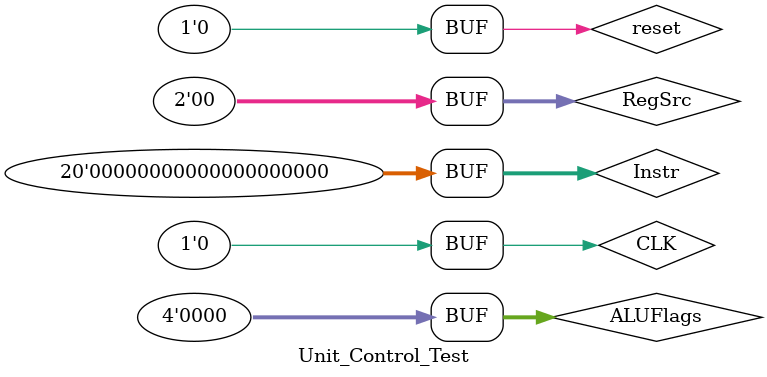
<source format=v>
`timescale 1ns / 1ps


module Unit_Control_Test;

	// Inputs
	reg CLK;
	reg reset;
	reg [31:12] Instr;
	reg [3:0] ALUFlags;
	reg [1:0] RegSrc;

	// Outputs
	wire RegWrite;
	wire [1:0] ImmSrc;
	wire ALUSrc;
	wire [1:0] ALUControl;
	wire MemWrite;
	wire MemtoReg;
	wire PCSrc;

	// Instantiate the Unit Under Test (UUT)
	Control_Unit uut (
		.CLK(CLK), 
		.reset(reset), 
		.Instr(Instr), 
		.ALUFlags(ALUFlags), 
		.RegSrc(RegSrc), 
		.RegWrite(RegWrite), 
		.ImmSrc(ImmSrc), 
		.ALUSrc(ALUSrc), 
		.ALUControl(ALUControl), 
		.MemWrite(MemWrite), 
		.MemtoReg(MemtoReg), 
		.PCSrc(PCSrc)
	);

	initial begin
		// Initialize Inputs
		CLK = 0;
		reset = 0;
		Instr = 0;
		ALUFlags = 0;
		RegSrc = 0;

		// Wait 100 ns for global reset to finish
		#100;
        
		// Add stimulus here

	end
      
endmodule


</source>
